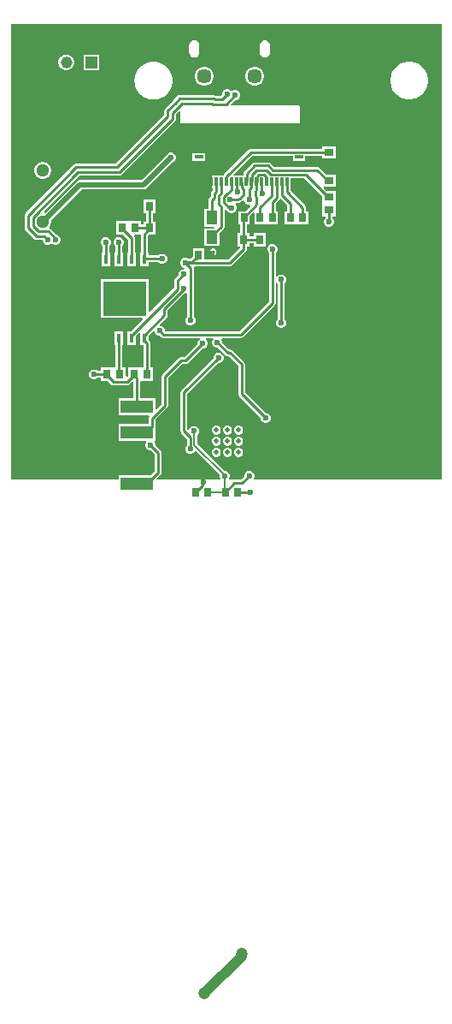
<source format=gbl>
G04*
G04 #@! TF.GenerationSoftware,Altium Limited,Altium Designer,23.10.1 (27)*
G04*
G04 Layer_Physical_Order=2*
G04 Layer_Color=16711680*
%FSLAX25Y25*%
%MOIN*%
G70*
G04*
G04 #@! TF.SameCoordinates,1D9EF59F-A9A3-4DE6-AF9F-94A01C22AB5E*
G04*
G04*
G04 #@! TF.FilePolarity,Positive*
G04*
G01*
G75*
%ADD16C,0.00591*%
%ADD17C,0.01968*%
%ADD18R,0.03150X0.03740*%
%ADD28R,0.03740X0.03150*%
%ADD33R,0.02953X0.03543*%
%ADD49C,0.05100*%
%ADD50C,0.05709*%
%ADD51C,0.02362*%
%ADD52C,0.01968*%
%ADD53C,0.04724*%
%ADD54C,0.01000*%
%ADD55C,0.03937*%
%ADD56C,0.04528*%
%ADD57R,0.04528X0.04528*%
%ADD58R,0.03300X0.01600*%
%ADD59R,0.01400X0.03300*%
%ADD60R,0.12520X0.05000*%
%ADD61R,0.16929X0.13386*%
%ADD62R,0.01772X0.03740*%
%ADD63R,0.04331X0.05315*%
G36*
X409500Y316000D02*
X336437D01*
X336216Y316500D01*
X336469Y317108D01*
Y317892D01*
X336169Y318615D01*
X335615Y319169D01*
X334892Y319468D01*
X334108D01*
X333385Y319169D01*
X332831Y318615D01*
X332531Y317892D01*
Y317388D01*
X331212Y316068D01*
X328598D01*
X328256Y316000D01*
X326825D01*
X326604Y316500D01*
X326856Y317108D01*
Y317892D01*
X326556Y318615D01*
X326003Y319169D01*
X325279Y319468D01*
X324794D01*
X314187Y330076D01*
Y333403D01*
X314669Y333885D01*
X314968Y334608D01*
Y335392D01*
X314669Y336115D01*
X314115Y336669D01*
X313392Y336968D01*
X312608D01*
X311885Y336669D01*
X311331Y336115D01*
X311150Y335677D01*
X310613Y335515D01*
X310344Y335721D01*
Y349488D01*
X322388Y361531D01*
X322892D01*
X323615Y361831D01*
X324169Y362385D01*
X324468Y363108D01*
Y363892D01*
X324169Y364615D01*
X323615Y365169D01*
X322892Y365469D01*
X322108D01*
X321385Y365169D01*
X320831Y364615D01*
X320532Y363892D01*
Y363388D01*
X308103Y350960D01*
X307819Y350534D01*
X307719Y350031D01*
Y334978D01*
X307819Y334475D01*
X308103Y334049D01*
X310187Y331965D01*
Y329471D01*
X309831Y329115D01*
X309531Y328392D01*
Y327608D01*
X309831Y326885D01*
X310385Y326331D01*
X311108Y326031D01*
X311892D01*
X312615Y326331D01*
X313169Y326885D01*
X313280Y327153D01*
X313870Y327271D01*
X323016Y318125D01*
X322919Y317892D01*
Y317108D01*
X323171Y316500D01*
X322950Y316000D01*
X317321D01*
X317002Y316213D01*
X316500Y316313D01*
X315998Y316213D01*
X315679Y316000D01*
X298538D01*
X298347Y316462D01*
X299928Y318043D01*
X300213Y318469D01*
X300313Y318971D01*
Y326571D01*
X300213Y327073D01*
X299928Y327499D01*
X297969Y329459D01*
Y329892D01*
X297669Y330615D01*
X297571Y330713D01*
X297778Y331213D01*
X297816D01*
Y336373D01*
X297841Y336500D01*
Y339414D01*
X302460Y344033D01*
X302744Y344458D01*
X302844Y344961D01*
Y355488D01*
X308445Y361088D01*
X309757D01*
X310260Y361189D01*
X310686Y361473D01*
X316276Y367063D01*
X316779D01*
X317503Y367363D01*
X318057Y367916D01*
X318356Y368640D01*
Y369423D01*
X318057Y370147D01*
X317503Y370700D01*
X317458Y370719D01*
X317558Y371219D01*
X320322D01*
X320530Y370719D01*
X320426Y370615D01*
X320126Y369892D01*
Y369108D01*
X320426Y368385D01*
X320979Y367831D01*
X321703Y367531D01*
X322207D01*
X325265Y364473D01*
X325691Y364189D01*
X326193Y364089D01*
X326555D01*
X330187Y360456D01*
Y349500D01*
X330287Y348998D01*
X330572Y348572D01*
X339032Y340112D01*
Y339608D01*
X339331Y338885D01*
X339885Y338331D01*
X340608Y338032D01*
X341392D01*
X342115Y338331D01*
X342669Y338885D01*
X342969Y339608D01*
Y340392D01*
X342669Y341115D01*
X342115Y341669D01*
X341392Y341968D01*
X340888D01*
X332813Y350044D01*
Y361000D01*
X332713Y361502D01*
X332428Y361928D01*
X328027Y366329D01*
X327601Y366614D01*
X327099Y366714D01*
X326737D01*
X324063Y369388D01*
Y369892D01*
X323763Y370615D01*
X323659Y370719D01*
X323867Y371219D01*
X331161D01*
X331664Y371319D01*
X332089Y371603D01*
X344428Y383942D01*
X344713Y384368D01*
X344813Y384870D01*
Y392830D01*
X345313Y392930D01*
X345331Y392885D01*
X345687Y392529D01*
Y378471D01*
X345331Y378115D01*
X345031Y377392D01*
Y376608D01*
X345331Y375885D01*
X345885Y375331D01*
X346608Y375031D01*
X347392D01*
X348115Y375331D01*
X348669Y375885D01*
X348969Y376608D01*
Y377392D01*
X348669Y378115D01*
X348313Y378471D01*
Y392529D01*
X348669Y392885D01*
X348969Y393608D01*
Y394392D01*
X348669Y395115D01*
X348115Y395669D01*
X347392Y395969D01*
X346608D01*
X345885Y395669D01*
X345331Y395115D01*
X345313Y395070D01*
X344813Y395170D01*
Y404289D01*
X345169Y404645D01*
X345468Y405368D01*
Y406151D01*
X345169Y406875D01*
X344615Y407429D01*
X343892Y407728D01*
X343108D01*
X342385Y407429D01*
X341831Y406875D01*
X341531Y406151D01*
Y405368D01*
X341831Y404645D01*
X342187Y404289D01*
Y385414D01*
X330618Y373844D01*
X301512D01*
X301468Y373888D01*
Y374392D01*
X301169Y375115D01*
X300615Y375669D01*
X299892Y375969D01*
X299784D01*
X299577Y376468D01*
X302241Y379133D01*
X302525Y379558D01*
X302625Y380061D01*
Y381989D01*
X309168Y388531D01*
X309392D01*
X309687Y388654D01*
X310187Y388320D01*
Y379471D01*
X309831Y379115D01*
X309531Y378392D01*
Y377608D01*
X309831Y376885D01*
X310385Y376331D01*
X311108Y376031D01*
X311892D01*
X312615Y376331D01*
X313169Y376885D01*
X313469Y377608D01*
Y378392D01*
X313169Y379115D01*
X312813Y379471D01*
Y398500D01*
X312804Y398542D01*
X313215Y399042D01*
X320712D01*
X320713Y399042D01*
X326854D01*
X327357Y399142D01*
X327783Y399426D01*
X333290Y404934D01*
X333575Y405360D01*
X333675Y405862D01*
Y406941D01*
X334626D01*
Y408187D01*
X336374D01*
Y406941D01*
X340902D01*
Y412059D01*
X336374D01*
Y410813D01*
X334626D01*
Y412059D01*
X333744D01*
Y415441D01*
X334764D01*
Y418703D01*
X336050Y419989D01*
X336512Y419798D01*
Y415441D01*
X341039D01*
Y415441D01*
X341236D01*
Y415441D01*
X345764D01*
Y420559D01*
X344813D01*
Y423696D01*
X346145Y425028D01*
X346275Y425223D01*
X346876Y425329D01*
X349325Y422880D01*
Y420559D01*
X348374D01*
Y415441D01*
X352902D01*
Y415441D01*
X353098D01*
Y415441D01*
X357626D01*
Y420559D01*
X356675D01*
Y421956D01*
X356575Y422459D01*
X356290Y422885D01*
X350466Y428709D01*
Y429563D01*
X350641D01*
Y433428D01*
X356039D01*
X362842Y426624D01*
Y423862D01*
X362842Y423756D01*
Y423362D01*
X362842Y423256D01*
Y418638D01*
X364187D01*
Y417971D01*
X363831Y417615D01*
X363531Y416892D01*
Y416108D01*
X363831Y415385D01*
X364385Y414831D01*
X365108Y414532D01*
X365892D01*
X366615Y414831D01*
X367169Y415385D01*
X367469Y416108D01*
Y416892D01*
X367169Y417615D01*
X366813Y417971D01*
Y418638D01*
X368158D01*
Y423256D01*
X368158Y423362D01*
Y423756D01*
X368158Y423862D01*
Y428480D01*
X364699D01*
X363562Y429617D01*
X363754Y430079D01*
X368158D01*
Y434803D01*
X364699D01*
X362046Y437456D01*
X361620Y437741D01*
X361118Y437841D01*
X344275D01*
X342872Y439244D01*
X342446Y439528D01*
X341944Y439628D01*
X336679D01*
X336176Y439528D01*
X335750Y439244D01*
X332585Y436078D01*
X332300Y435652D01*
X332201Y435150D01*
Y434437D01*
X328555D01*
X328363Y434899D01*
X335688Y442224D01*
X351539D01*
Y440058D01*
X356414D01*
Y442224D01*
X362842D01*
Y441079D01*
X368158D01*
Y445803D01*
X362842D01*
Y444849D01*
X335144D01*
X334642Y444749D01*
X334216Y444464D01*
X324781Y435030D01*
X324497Y434604D01*
X324464Y434437D01*
X320107D01*
Y429563D01*
X320282D01*
Y428685D01*
X320028Y428431D01*
X319744Y428006D01*
X319644Y427503D01*
Y426296D01*
X319072Y425724D01*
X318787Y425298D01*
X318687Y424795D01*
Y421445D01*
X317047D01*
Y414555D01*
X320572D01*
X320839Y414055D01*
X320765Y413945D01*
X317047D01*
Y407055D01*
X322953D01*
Y412089D01*
X324491Y413627D01*
X324776Y414053D01*
X324876Y414555D01*
Y421124D01*
X325338Y421315D01*
X325404Y421249D01*
X325830Y420964D01*
X325912Y420948D01*
X325973Y420801D01*
X326527Y420248D01*
X327250Y419948D01*
X328033D01*
X328757Y420248D01*
X329311Y420801D01*
X329610Y421525D01*
Y422308D01*
X329311Y423032D01*
X329155Y423187D01*
X329362Y423687D01*
X329991D01*
X330493Y423787D01*
X330919Y424072D01*
X331085Y424238D01*
X331493Y424319D01*
X331919Y424603D01*
X332070Y424754D01*
X332561Y424538D01*
X332831Y423885D01*
X333385Y423331D01*
X334108Y423032D01*
X334673D01*
X334880Y422532D01*
X332908Y420559D01*
X330236D01*
Y415441D01*
X331118D01*
Y412059D01*
X330098D01*
Y406941D01*
X331050D01*
Y406406D01*
X326311Y401667D01*
X320713D01*
X320713Y401667D01*
X317039D01*
Y406059D01*
X312512D01*
Y403092D01*
X311492Y402073D01*
X310711D01*
X310615Y402169D01*
X309892Y402468D01*
X309108D01*
X308385Y402169D01*
X307831Y401615D01*
X307531Y400892D01*
Y400108D01*
X307831Y399385D01*
X308385Y398831D01*
X309108Y398532D01*
X309333D01*
X309367Y398468D01*
X309067Y397969D01*
X308608D01*
X307885Y397669D01*
X307331Y397115D01*
X307031Y396392D01*
Y395888D01*
X305603Y394460D01*
X305319Y394034D01*
X305219Y393531D01*
Y390823D01*
X295714Y381318D01*
X295252Y381510D01*
Y393980D01*
X276748D01*
Y379020D01*
X292762D01*
X292953Y378558D01*
X288317Y373921D01*
X286827D01*
Y368606D01*
X290173D01*
Y372065D01*
X291365Y373257D01*
X291827Y373065D01*
Y368606D01*
X293305D01*
Y359658D01*
X292362D01*
X292256Y359658D01*
X291862D01*
X291756Y359658D01*
X287138D01*
Y356343D01*
X286921Y356175D01*
X286421Y356420D01*
Y359658D01*
X284813D01*
Y368606D01*
X285173D01*
Y373921D01*
X281827D01*
Y368606D01*
X282187D01*
Y359680D01*
X281697Y359658D01*
X281303D01*
Y359658D01*
X281197Y359658D01*
X276579D01*
Y358313D01*
X275471D01*
X275115Y358669D01*
X274392Y358968D01*
X273608D01*
X272885Y358669D01*
X272331Y358115D01*
X272031Y357392D01*
Y356608D01*
X272331Y355885D01*
X272885Y355331D01*
X273608Y355031D01*
X274392D01*
X275115Y355331D01*
X275471Y355687D01*
X276579D01*
Y354343D01*
X279447D01*
X280678Y353111D01*
X281104Y352827D01*
X281606Y352727D01*
X286835D01*
X287337Y352827D01*
X287763Y353111D01*
X288956Y354305D01*
X289456Y354251D01*
Y347787D01*
X283721D01*
Y341213D01*
X295258D01*
X295485Y340713D01*
X295316Y340460D01*
X295216Y339958D01*
Y337787D01*
X283721D01*
Y331213D01*
X294222D01*
X294429Y330713D01*
X294331Y330615D01*
X294032Y329892D01*
Y329108D01*
X294331Y328385D01*
X294885Y327831D01*
X295608Y327532D01*
X296183D01*
X297687Y326027D01*
Y319515D01*
X295960Y317787D01*
X283721D01*
Y316000D01*
X241500D01*
Y493500D01*
X409500D01*
Y316000D01*
D02*
G37*
G36*
X297532Y373716D02*
Y373608D01*
X297831Y372885D01*
X298385Y372331D01*
X299108Y372031D01*
X299612D01*
X300040Y371603D01*
X300466Y371319D01*
X300969Y371219D01*
X315218D01*
X315318Y370719D01*
X315273Y370700D01*
X314719Y370147D01*
X314419Y369423D01*
Y368919D01*
X309214Y363714D01*
X307901D01*
X307399Y363614D01*
X306973Y363329D01*
X300603Y356960D01*
X300319Y356534D01*
X300219Y356031D01*
Y345504D01*
X298278Y343563D01*
X297816Y343755D01*
Y347787D01*
X292081D01*
Y353915D01*
X292256Y354343D01*
X292581Y354343D01*
X296980D01*
Y359658D01*
X295931D01*
Y369161D01*
X295831Y369664D01*
X295546Y370090D01*
X295173Y370463D01*
Y372065D01*
X297031Y373923D01*
X297532Y373716D01*
D02*
G37*
%LPC*%
G36*
X340646Y487172D02*
X339878Y487020D01*
X339226Y486585D01*
X338791Y485933D01*
X338639Y485165D01*
Y482409D01*
X338791Y481641D01*
X339226Y480990D01*
X339878Y480555D01*
X340646Y480402D01*
X341414Y480555D01*
X342065Y480990D01*
X342500Y481641D01*
X342653Y482409D01*
Y485165D01*
X342500Y485933D01*
X342065Y486585D01*
X341414Y487020D01*
X340646Y487172D01*
D02*
G37*
G36*
X313087D02*
X312318Y487020D01*
X311667Y486585D01*
X311232Y485933D01*
X311080Y485165D01*
Y482409D01*
X311232Y481641D01*
X311667Y480990D01*
X312318Y480555D01*
X313087Y480402D01*
X313855Y480555D01*
X314506Y480990D01*
X314941Y481641D01*
X315094Y482409D01*
Y485165D01*
X314941Y485933D01*
X314506Y486585D01*
X313855Y487020D01*
X313087Y487172D01*
D02*
G37*
G36*
X276051Y481551D02*
X269949D01*
Y475449D01*
X276051D01*
Y481551D01*
D02*
G37*
G36*
X263559D02*
X262756D01*
X261980Y481343D01*
X261284Y480942D01*
X260716Y480373D01*
X260314Y479678D01*
X260106Y478902D01*
Y478098D01*
X260314Y477322D01*
X260716Y476626D01*
X261284Y476058D01*
X261980Y475657D01*
X262756Y475449D01*
X263559D01*
X264335Y475657D01*
X265031Y476058D01*
X265599Y476626D01*
X266001Y477322D01*
X266209Y478098D01*
Y478902D01*
X266001Y479678D01*
X265599Y480373D01*
X265031Y480942D01*
X264335Y481343D01*
X263559Y481551D01*
D02*
G37*
G36*
X337188Y476799D02*
X336229D01*
X335303Y476551D01*
X334473Y476072D01*
X333794Y475393D01*
X333315Y474563D01*
X333067Y473637D01*
Y472678D01*
X333315Y471752D01*
X333794Y470921D01*
X334473Y470243D01*
X335303Y469764D01*
X336229Y469516D01*
X337188D01*
X338114Y469764D01*
X338945Y470243D01*
X339623Y470921D01*
X340102Y471752D01*
X340350Y472678D01*
Y473637D01*
X340102Y474563D01*
X339623Y475393D01*
X338945Y476072D01*
X338114Y476551D01*
X337188Y476799D01*
D02*
G37*
G36*
X317503D02*
X316544D01*
X315618Y476551D01*
X314788Y476072D01*
X314109Y475393D01*
X313630Y474563D01*
X313382Y473637D01*
Y472678D01*
X313630Y471752D01*
X314109Y470921D01*
X314788Y470243D01*
X315618Y469764D01*
X316544Y469516D01*
X317503D01*
X318429Y469764D01*
X319260Y470243D01*
X319938Y470921D01*
X320417Y471752D01*
X320665Y472678D01*
Y473637D01*
X320417Y474563D01*
X319938Y475393D01*
X319260Y476072D01*
X318429Y476551D01*
X317503Y476799D01*
D02*
G37*
G36*
X326301Y468105D02*
X325517D01*
X324794Y467805D01*
X324240Y467252D01*
X323940Y466528D01*
Y466118D01*
X323423Y465600D01*
X321383D01*
X321374Y465606D01*
X320871Y465706D01*
X309520D01*
X309510Y465713D01*
X309008Y465813D01*
X307351D01*
X306849Y465713D01*
X306423Y465428D01*
X304870Y463876D01*
X304612Y463490D01*
X301822Y460700D01*
X301538Y460274D01*
X301438Y459771D01*
Y457981D01*
X282482Y439025D01*
X266957D01*
X266455Y438926D01*
X266029Y438641D01*
X247234Y419846D01*
X246950Y419420D01*
X246850Y418918D01*
Y414082D01*
X246950Y413580D01*
X247234Y413154D01*
X250654Y409734D01*
X251080Y409450D01*
X251582Y409350D01*
X253882D01*
Y409108D01*
X254182Y408385D01*
X254735Y407831D01*
X255459Y407531D01*
X256242D01*
X256965Y407831D01*
X257425Y408291D01*
X257885Y407831D01*
X258608Y407531D01*
X259392D01*
X260115Y407831D01*
X260669Y408385D01*
X260968Y409108D01*
Y409892D01*
X260669Y410615D01*
X260115Y411169D01*
X259392Y411469D01*
X259229D01*
X257107Y413591D01*
X256754Y413827D01*
X256585Y414365D01*
X256671Y414451D01*
X257110Y415212D01*
X257337Y416061D01*
Y416939D01*
X257265Y417210D01*
X269201Y429146D01*
X293453D01*
X294144Y429284D01*
X294730Y429675D01*
X304724Y439669D01*
X305115Y439831D01*
X305669Y440385D01*
X305968Y441108D01*
Y441892D01*
X305669Y442615D01*
X305115Y443169D01*
X304392Y443469D01*
X303608D01*
X302885Y443169D01*
X302331Y442615D01*
X302169Y442224D01*
X292705Y432759D01*
X268453D01*
X267761Y432622D01*
X267176Y432230D01*
X254913Y419968D01*
X254645Y420009D01*
X254470Y420541D01*
X268330Y434400D01*
X283854D01*
X284356Y434500D01*
X284782Y434785D01*
X305679Y455681D01*
X305963Y456107D01*
X306063Y456609D01*
Y458399D01*
X307235Y459572D01*
X307697Y459380D01*
Y455500D01*
X307758Y455193D01*
X307932Y454932D01*
X308193Y454758D01*
X308500Y454697D01*
X353500D01*
X353807Y454758D01*
X354068Y454932D01*
X354242Y455193D01*
X354303Y455500D01*
Y461000D01*
X354242Y461307D01*
X354068Y461568D01*
X353807Y461742D01*
X353500Y461803D01*
X327620D01*
X327428Y462265D01*
X328919Y463756D01*
X329423D01*
X330147Y464056D01*
X330700Y464609D01*
X331000Y465333D01*
Y466116D01*
X330700Y466840D01*
X330147Y467393D01*
X329423Y467693D01*
X328640D01*
X327916Y467393D01*
X327422Y467408D01*
X327024Y467805D01*
X326301Y468105D01*
D02*
G37*
G36*
X397571Y478879D02*
X396276D01*
X396198Y478864D01*
X396119D01*
X394849Y478611D01*
X394776Y478581D01*
X394698Y478565D01*
X393501Y478070D01*
X393435Y478026D01*
X393362Y477995D01*
X392285Y477276D01*
X392229Y477220D01*
X392164Y477176D01*
X391248Y476260D01*
X391204Y476194D01*
X391148Y476138D01*
X390428Y475061D01*
X390398Y474988D01*
X390354Y474922D01*
X389858Y473726D01*
X389843Y473648D01*
X389812Y473575D01*
X389560Y472304D01*
Y472225D01*
X389544Y472148D01*
Y470852D01*
X389560Y470775D01*
Y470696D01*
X389812Y469425D01*
X389843Y469352D01*
X389858Y469275D01*
X390354Y468078D01*
X390398Y468012D01*
X390428Y467939D01*
X391148Y466862D01*
X391204Y466806D01*
X391248Y466740D01*
X392164Y465824D01*
X392229Y465780D01*
X392285Y465724D01*
X393362Y465004D01*
X393435Y464974D01*
X393501Y464930D01*
X394698Y464434D01*
X394776Y464419D01*
X394849Y464389D01*
X396119Y464136D01*
X396198D01*
X396276Y464121D01*
X397571D01*
X397649Y464136D01*
X397728D01*
X398998Y464389D01*
X399072Y464419D01*
X399149Y464434D01*
X400346Y464930D01*
X400412Y464974D01*
X400485Y465004D01*
X401562Y465724D01*
X401618Y465780D01*
X401684Y465824D01*
X402599Y466740D01*
X402643Y466806D01*
X402699Y466862D01*
X403419Y467939D01*
X403449Y468012D01*
X403493Y468078D01*
X403989Y469275D01*
X404004Y469352D01*
X404035Y469425D01*
X404287Y470696D01*
Y470775D01*
X404303Y470852D01*
Y472148D01*
X404287Y472225D01*
Y472304D01*
X404035Y473575D01*
X404004Y473648D01*
X403989Y473726D01*
X403493Y474922D01*
X403449Y474988D01*
X403419Y475061D01*
X402699Y476138D01*
X402643Y476194D01*
X402599Y476260D01*
X401684Y477176D01*
X401618Y477220D01*
X401562Y477276D01*
X400485Y477995D01*
X400412Y478026D01*
X400346Y478070D01*
X399149Y478565D01*
X399072Y478581D01*
X398998Y478611D01*
X397728Y478864D01*
X397649D01*
X397571Y478879D01*
D02*
G37*
G36*
X297820Y478764D02*
X296524D01*
X296447Y478749D01*
X296368D01*
X295097Y478496D01*
X295024Y478466D01*
X294947Y478450D01*
X293750Y477955D01*
X293684Y477911D01*
X293611Y477880D01*
X292534Y477161D01*
X292478Y477105D01*
X292412Y477061D01*
X291496Y476145D01*
X291452Y476079D01*
X291396Y476023D01*
X290676Y474946D01*
X290646Y474873D01*
X290602Y474807D01*
X290107Y473610D01*
X290091Y473533D01*
X290061Y473460D01*
X289808Y472189D01*
Y472110D01*
X289793Y472033D01*
Y470737D01*
X289808Y470660D01*
Y470580D01*
X290061Y469310D01*
X290091Y469237D01*
X290107Y469159D01*
X290602Y467963D01*
X290646Y467897D01*
X290676Y467824D01*
X291396Y466747D01*
X291452Y466691D01*
X291496Y466625D01*
X292412Y465709D01*
X292478Y465665D01*
X292534Y465609D01*
X293611Y464889D01*
X293684Y464859D01*
X293750Y464815D01*
X294947Y464319D01*
X295024Y464304D01*
X295097Y464274D01*
X296368Y464021D01*
X296447D01*
X296524Y464006D01*
X297820D01*
X297897Y464021D01*
X297976D01*
X299247Y464274D01*
X299320Y464304D01*
X299397Y464319D01*
X300594Y464815D01*
X300660Y464859D01*
X300733Y464889D01*
X301810Y465609D01*
X301866Y465665D01*
X301932Y465709D01*
X302848Y466625D01*
X302892Y466691D01*
X302948Y466747D01*
X303667Y467824D01*
X303698Y467897D01*
X303742Y467963D01*
X304238Y469159D01*
X304253Y469237D01*
X304283Y469310D01*
X304536Y470580D01*
Y470660D01*
X304551Y470737D01*
Y472033D01*
X304536Y472110D01*
Y472189D01*
X304283Y473460D01*
X304253Y473533D01*
X304238Y473610D01*
X303742Y474807D01*
X303698Y474873D01*
X303667Y474946D01*
X302948Y476023D01*
X302892Y476079D01*
X302848Y476145D01*
X301932Y477061D01*
X301866Y477105D01*
X301810Y477161D01*
X300733Y477880D01*
X300660Y477911D01*
X300594Y477955D01*
X299397Y478450D01*
X299320Y478466D01*
X299247Y478496D01*
X297976Y478749D01*
X297897D01*
X297820Y478764D01*
D02*
G37*
G36*
X317241Y443233D02*
X312366D01*
Y440058D01*
X317241D01*
Y443233D01*
D02*
G37*
G36*
X254439Y439837D02*
X253561D01*
X252712Y439610D01*
X251951Y439171D01*
X251329Y438549D01*
X250890Y437788D01*
X250663Y436939D01*
Y436061D01*
X250890Y435212D01*
X251329Y434451D01*
X251951Y433829D01*
X252712Y433390D01*
X253561Y433163D01*
X254439D01*
X255288Y433390D01*
X256049Y433829D01*
X256671Y434451D01*
X257110Y435212D01*
X257337Y436061D01*
Y436939D01*
X257110Y437788D01*
X256671Y438549D01*
X256049Y439171D01*
X255288Y439610D01*
X254439Y439837D01*
D02*
G37*
G36*
X297902Y425059D02*
X293374D01*
Y419941D01*
X294325D01*
Y416559D01*
X293374D01*
Y415313D01*
X292421D01*
Y416657D01*
X287697D01*
X287697Y416657D01*
X287303D01*
Y416657D01*
X287197Y416657D01*
X282579D01*
Y411342D01*
X285447D01*
X287187Y409602D01*
Y404394D01*
X286827D01*
Y399079D01*
X290173D01*
Y404394D01*
X289813D01*
Y410146D01*
X289713Y410648D01*
X289583Y410843D01*
X289850Y411342D01*
X292187D01*
Y404394D01*
X291827D01*
Y399079D01*
X295173D01*
Y400687D01*
X299029D01*
X299385Y400331D01*
X300108Y400032D01*
X300892D01*
X301615Y400331D01*
X302169Y400885D01*
X302468Y401608D01*
Y402392D01*
X302169Y403115D01*
X301615Y403669D01*
X300892Y403968D01*
X300108D01*
X299385Y403669D01*
X299029Y403313D01*
X295173D01*
Y404394D01*
X294813D01*
Y411023D01*
X295230Y411441D01*
X297902D01*
Y416559D01*
X296950D01*
Y419941D01*
X297902D01*
Y425059D01*
D02*
G37*
G36*
X320476Y406084D02*
X319974Y405984D01*
X319548Y405700D01*
X318572Y404723D01*
X318287Y404298D01*
X318187Y403795D01*
Y403500D01*
X318287Y402998D01*
X318572Y402572D01*
X318998Y402287D01*
X319500Y402187D01*
X320002Y402287D01*
X320428Y402572D01*
X320713Y402998D01*
X320751Y403190D01*
X321405Y403843D01*
X321689Y404269D01*
X321789Y404772D01*
X321689Y405274D01*
X321405Y405700D01*
X320979Y405984D01*
X320476Y406084D01*
D02*
G37*
G36*
X283892Y410468D02*
X283108D01*
X282385Y410169D01*
X281831Y409615D01*
X281532Y408892D01*
Y408108D01*
X281831Y407385D01*
X282187Y407029D01*
Y404394D01*
X281827D01*
Y399079D01*
X285173D01*
Y404394D01*
X284813D01*
Y407029D01*
X285169Y407385D01*
X285469Y408108D01*
Y408892D01*
X285169Y409615D01*
X284615Y410169D01*
X283892Y410468D01*
D02*
G37*
G36*
X278892D02*
X278108D01*
X277385Y410169D01*
X276831Y409615D01*
X276532Y408892D01*
Y408108D01*
X276831Y407385D01*
X277187Y407029D01*
Y404394D01*
X276827D01*
Y399079D01*
X280173D01*
Y404394D01*
X279813D01*
Y407029D01*
X280169Y407385D01*
X280469Y408108D01*
Y408892D01*
X280169Y409615D01*
X279615Y410169D01*
X278892Y410468D01*
D02*
G37*
G36*
X330683Y337102D02*
X329978D01*
X329327Y336833D01*
X328829Y336334D01*
X328559Y335683D01*
Y334978D01*
X328829Y334327D01*
X329327Y333829D01*
X329978Y333559D01*
X330683D01*
X331334Y333829D01*
X331833Y334327D01*
X332102Y334978D01*
Y335683D01*
X331833Y336334D01*
X331334Y336833D01*
X330683Y337102D01*
D02*
G37*
G36*
X326352D02*
X325648D01*
X324996Y336833D01*
X324498Y336334D01*
X324228Y335683D01*
Y334978D01*
X324498Y334327D01*
X324996Y333829D01*
X325648Y333559D01*
X326352D01*
X327004Y333829D01*
X327502Y334327D01*
X327772Y334978D01*
Y335683D01*
X327502Y336334D01*
X327004Y336833D01*
X326352Y337102D01*
D02*
G37*
G36*
X322022D02*
X321317D01*
X320666Y336833D01*
X320167Y336334D01*
X319898Y335683D01*
Y334978D01*
X320167Y334327D01*
X320666Y333829D01*
X321317Y333559D01*
X322022D01*
X322673Y333829D01*
X323171Y334327D01*
X323441Y334978D01*
Y335683D01*
X323171Y336334D01*
X322673Y336833D01*
X322022Y337102D01*
D02*
G37*
G36*
X330683Y332772D02*
X329978D01*
X329327Y332502D01*
X328829Y332004D01*
X328559Y331352D01*
Y330648D01*
X328829Y329996D01*
X329327Y329498D01*
X329978Y329228D01*
X330683D01*
X331334Y329498D01*
X331833Y329996D01*
X332102Y330648D01*
Y331352D01*
X331833Y332004D01*
X331334Y332502D01*
X330683Y332772D01*
D02*
G37*
G36*
X326352D02*
X325648D01*
X324996Y332502D01*
X324498Y332004D01*
X324228Y331352D01*
Y330648D01*
X324498Y329996D01*
X324996Y329498D01*
X325648Y329228D01*
X326352D01*
X327004Y329498D01*
X327502Y329996D01*
X327772Y330648D01*
Y331352D01*
X327502Y332004D01*
X327004Y332502D01*
X326352Y332772D01*
D02*
G37*
G36*
X322022D02*
X321317D01*
X320666Y332502D01*
X320167Y332004D01*
X319898Y331352D01*
Y330648D01*
X320167Y329996D01*
X320666Y329498D01*
X321317Y329228D01*
X322022D01*
X322673Y329498D01*
X323171Y329996D01*
X323441Y330648D01*
Y331352D01*
X323171Y332004D01*
X322673Y332502D01*
X322022Y332772D01*
D02*
G37*
G36*
X330683Y328441D02*
X329978D01*
X329327Y328171D01*
X328829Y327673D01*
X328559Y327022D01*
Y326317D01*
X328829Y325666D01*
X329327Y325167D01*
X329978Y324898D01*
X330683D01*
X331334Y325167D01*
X331833Y325666D01*
X332102Y326317D01*
Y327022D01*
X331833Y327673D01*
X331334Y328171D01*
X330683Y328441D01*
D02*
G37*
G36*
X326352D02*
X325648D01*
X324996Y328171D01*
X324498Y327673D01*
X324228Y327022D01*
Y326317D01*
X324498Y325666D01*
X324996Y325167D01*
X325648Y324898D01*
X326352D01*
X327004Y325167D01*
X327502Y325666D01*
X327772Y326317D01*
Y327022D01*
X327502Y327673D01*
X327004Y328171D01*
X326352Y328441D01*
D02*
G37*
G36*
X322022D02*
X321317D01*
X320666Y328171D01*
X320167Y327673D01*
X319898Y327022D01*
Y326317D01*
X320167Y325666D01*
X320666Y325167D01*
X321317Y324898D01*
X322022D01*
X322673Y325167D01*
X323171Y325666D01*
X323441Y326317D01*
Y327022D01*
X323171Y327673D01*
X322673Y328171D01*
X322022Y328441D01*
D02*
G37*
%LPD*%
D16*
X313000Y335000D02*
X313083Y334917D01*
Y329619D02*
Y334917D01*
Y329619D02*
X324888Y317814D01*
Y317500D02*
Y317814D01*
X318362Y311000D02*
X325138D01*
X324888Y311250D02*
Y317500D01*
D17*
X293453Y430953D02*
X304000Y441500D01*
X268453Y430953D02*
X293453D01*
X254000Y416500D02*
X268453Y430953D01*
D18*
X278941Y357000D02*
D03*
X284059D02*
D03*
X289500D02*
D03*
X294618D02*
D03*
X290059Y414000D02*
D03*
X284941D02*
D03*
D28*
X365500Y443441D02*
D03*
Y448559D02*
D03*
Y426118D02*
D03*
Y421000D02*
D03*
Y432441D02*
D03*
Y437559D02*
D03*
D33*
X314776Y403500D02*
D03*
X319500D02*
D03*
X313638Y311000D02*
D03*
X318362D02*
D03*
X295638Y422500D02*
D03*
X300362D02*
D03*
X329862Y311000D02*
D03*
X325138D02*
D03*
X295638Y414000D02*
D03*
X300362D02*
D03*
X343362Y409500D02*
D03*
X338638D02*
D03*
X355362Y418000D02*
D03*
X350638D02*
D03*
X343500D02*
D03*
X338776D02*
D03*
X327776D02*
D03*
X332500D02*
D03*
X327638Y409500D02*
D03*
X332362D02*
D03*
D49*
X254000Y416500D02*
D03*
Y436500D02*
D03*
D50*
X336709Y473158D02*
D03*
X317024D02*
D03*
D51*
X255850Y409500D02*
D03*
X257500Y396500D02*
D03*
X254500Y361500D02*
D03*
Y374000D02*
D03*
X306500Y383500D02*
D03*
X316388Y369032D02*
D03*
X322500Y363500D02*
D03*
X322094Y369500D02*
D03*
X311500Y378000D02*
D03*
X402000Y360500D02*
D03*
X362500Y346500D02*
D03*
X363000Y358000D02*
D03*
X379000Y347500D02*
D03*
X309000Y390500D02*
D03*
Y396000D02*
D03*
X278953Y420441D02*
D03*
X283500Y408500D02*
D03*
X259000Y409500D02*
D03*
X296000Y442000D02*
D03*
X290500Y457000D02*
D03*
X278953Y412470D02*
D03*
X278500Y408500D02*
D03*
X279223Y426213D02*
D03*
X299500Y374000D02*
D03*
X343500Y405760D02*
D03*
X339500Y427500D02*
D03*
X383500Y480000D02*
D03*
X399500Y447000D02*
D03*
X393500Y430500D02*
D03*
X357500Y406500D02*
D03*
X365500Y416500D02*
D03*
X374500Y402000D02*
D03*
X374000Y390000D02*
D03*
X347000Y394000D02*
D03*
Y377000D02*
D03*
X379000Y326500D02*
D03*
X335000Y311000D02*
D03*
X334500Y317500D02*
D03*
X319500D02*
D03*
X316500Y315000D02*
D03*
X304000Y328500D02*
D03*
X274000Y357000D02*
D03*
X304000Y351500D02*
D03*
X313000Y335000D02*
D03*
X296000Y329500D02*
D03*
X325000Y345000D02*
D03*
X319000Y344500D02*
D03*
X339000Y353500D02*
D03*
X341000Y340000D02*
D03*
X311500Y328000D02*
D03*
X327642Y421916D02*
D03*
X309500Y400500D02*
D03*
X303500Y420500D02*
D03*
X304000Y441500D02*
D03*
X300500Y402000D02*
D03*
X327000Y425000D02*
D03*
X329969Y428000D02*
D03*
X309569Y405069D02*
D03*
X329031Y465724D02*
D03*
X324888Y317500D02*
D03*
X325909Y466137D02*
D03*
X321500Y467500D02*
D03*
X329825Y317319D02*
D03*
X334500Y425000D02*
D03*
X327500Y442000D02*
D03*
D52*
X336177Y380760D02*
D03*
X331846D02*
D03*
X327516D02*
D03*
X323185D02*
D03*
X318854D02*
D03*
X336177Y385090D02*
D03*
X331846D02*
D03*
X327516D02*
D03*
X323185D02*
D03*
X318854D02*
D03*
X336177Y389421D02*
D03*
X331846D02*
D03*
X327516D02*
D03*
X323185D02*
D03*
X318854D02*
D03*
X336177Y393752D02*
D03*
X331846D02*
D03*
X327516D02*
D03*
X323185D02*
D03*
X318854D02*
D03*
X336177Y398083D02*
D03*
X331846D02*
D03*
X327516D02*
D03*
X323185D02*
D03*
X318854D02*
D03*
X321669Y335331D02*
D03*
X326000D02*
D03*
X330331D02*
D03*
X321669Y331000D02*
D03*
X326000D02*
D03*
X330331D02*
D03*
X321669Y326669D02*
D03*
X326000D02*
D03*
X330331D02*
D03*
D53*
X317000Y116000D02*
D03*
X331500Y131500D02*
D03*
D54*
X365205Y426118D02*
X365500D01*
X356582Y434740D02*
X365205Y426118D01*
Y432441D02*
X365500D01*
X361118Y436528D02*
X365205Y432441D01*
X365405Y443536D02*
X365500Y443441D01*
Y416500D02*
Y421000D01*
X283026Y437713D02*
X302750Y457438D01*
X283854Y435713D02*
X304750Y456609D01*
X295638Y414000D02*
Y422500D01*
X267786Y435713D02*
X283854D01*
X266957Y437713D02*
X283026D01*
X335374Y432000D02*
X335552Y432178D01*
X337343Y432000D02*
X337521Y432178D01*
X341102D02*
X341280Y432000D01*
X323385Y431822D02*
X323563Y432000D01*
X323385Y431822D02*
X323563Y431644D01*
X355362Y418000D02*
Y421956D01*
X350638Y418000D02*
Y423423D01*
X349153Y428165D02*
X355362Y421956D01*
X349153Y428165D02*
Y432000D01*
X347185Y426876D02*
X350638Y423423D01*
X347185Y426876D02*
Y432000D01*
X343500Y418000D02*
Y424240D01*
X345216Y425956D01*
Y432000D01*
X327000Y425000D02*
X329991D01*
X330522Y425531D01*
X323563Y414555D02*
Y422418D01*
X327381Y422177D02*
X327642Y421916D01*
X324532Y423978D02*
X326332Y422177D01*
X327381D01*
X335144Y443536D02*
X365405D01*
X336679Y438315D02*
X341944D01*
X338159Y434740D02*
X340463D01*
X341102Y434102D01*
X335552Y434661D02*
X337419Y436528D01*
X343731D02*
X361118D01*
X337419D02*
X341203D01*
X337521Y434102D02*
X338159Y434740D01*
X335196Y430850D02*
X335374Y431028D01*
X329468Y432000D02*
X329487Y431981D01*
X331437Y432000D02*
X331615Y431822D01*
X335374Y431028D02*
Y432000D01*
X325710Y432178D02*
Y434102D01*
X325532Y432000D02*
X325710Y432178D01*
X333405Y432000D02*
X333513Y432108D01*
X332362Y409500D02*
X338638D01*
X332431Y409569D02*
Y417931D01*
X332500Y418000D02*
Y418295D01*
X332431Y417931D02*
X332500Y418000D01*
X332362Y409500D02*
X332431Y409569D01*
X338776Y418000D02*
Y422043D01*
X332362Y405862D02*
Y409500D01*
X332500Y418295D02*
X337343Y423138D01*
X322744Y423237D02*
X323563Y422418D01*
X320000Y424795D02*
X320957Y425752D01*
X322744Y426763D02*
X323563Y427582D01*
Y431644D01*
X320957Y427503D02*
X321595Y428141D01*
X320957Y425752D02*
Y427503D01*
X322744Y423237D02*
Y426763D01*
X331615Y429845D02*
Y431822D01*
X329487Y428850D02*
X329969Y428369D01*
X330991Y425531D02*
X332437Y426977D01*
X329969Y428000D02*
Y428369D01*
X332437Y426977D02*
Y429023D01*
X330522Y425531D02*
X330991D01*
X326118Y427468D02*
X327500Y428850D01*
X331615Y429845D02*
X332437Y429023D01*
X325977Y427468D02*
X326118D01*
X324532Y426022D02*
X325977Y427468D01*
X324532Y423978D02*
Y426022D01*
X337343Y423138D02*
Y426166D01*
X335196Y429898D02*
Y430850D01*
X337032Y428522D02*
X337343Y428833D01*
X337032Y426477D02*
Y428522D01*
Y426477D02*
X337343Y426166D01*
X343248Y426515D02*
Y432000D01*
X337343Y428833D02*
Y432000D01*
X338776Y422043D02*
X343248Y426515D01*
X339311Y427689D02*
Y432000D01*
Y427689D02*
X339500Y427500D01*
X342990Y434740D02*
X356582D01*
X334500Y429202D02*
X335196Y429898D01*
X334500Y425000D02*
Y429202D01*
X327500Y428850D02*
Y432000D01*
X329487Y428850D02*
Y431981D01*
X321595Y428141D02*
Y432000D01*
X325710Y434102D02*
X335144Y443536D01*
X341944Y438315D02*
X343731Y436528D01*
X341203D02*
X342990Y434740D01*
X341102Y432178D02*
Y434102D01*
X333513Y435150D02*
X336679Y438315D01*
X337521Y432178D02*
Y434102D01*
X335552Y432178D02*
Y434661D01*
X333513Y432108D02*
Y435150D01*
X311500Y328000D02*
Y332509D01*
X309032Y334978D02*
X311500Y332509D01*
X290769Y334500D02*
X294529D01*
X296000Y329500D02*
X296071D01*
X274000Y357000D02*
X278941D01*
Y356705D02*
Y357000D01*
Y356705D02*
X281606Y354039D01*
X289500Y356705D02*
X290769Y355436D01*
X283500Y357559D02*
Y371264D01*
Y357559D02*
X284059Y357000D01*
X301532Y356031D02*
X307901Y362401D01*
X309032Y334978D02*
Y350031D01*
X290769Y344500D02*
Y355436D01*
X301532Y344961D02*
Y356031D01*
X296529Y339958D02*
X301532Y344961D01*
X296529Y336500D02*
Y339958D01*
X294529Y334500D02*
X296529Y336500D01*
X296071Y329500D02*
X299000Y326571D01*
X301313Y380061D02*
Y382533D01*
X294618Y357000D02*
Y369161D01*
X293500Y370280D02*
X294618Y369161D01*
X293500Y370280D02*
Y371264D01*
X288500Y372248D02*
X306532Y390280D01*
X288500Y371264D02*
Y372248D01*
X293500Y371264D02*
Y372248D01*
X301313Y380061D01*
X306532Y390280D02*
Y393531D01*
X309000Y396000D01*
X283500Y401736D02*
Y408500D01*
X288500Y401736D02*
Y410146D01*
X293500Y401736D02*
Y411567D01*
Y401736D02*
X293764Y402000D01*
X300500D01*
X278500Y401736D02*
Y408500D01*
X284941Y413705D02*
X288500Y410146D01*
X293500Y411567D02*
X295638Y413705D01*
Y414000D01*
X284941Y413705D02*
Y414000D01*
X290059D02*
X295638D01*
X308286Y462394D02*
X320043D01*
X302750Y457438D02*
Y459771D01*
X305798Y462819D01*
Y462948D01*
X307351Y464500D01*
X309114Y464394D02*
X320871D01*
X307351Y464500D02*
X309008D01*
X309114Y464394D01*
X304750Y456609D02*
Y458943D01*
X307213Y461405D01*
Y461533D02*
X308179Y462500D01*
X307213Y461405D02*
Y461533D01*
X308179Y462500D02*
X308286Y462394D01*
X248163Y414082D02*
Y418918D01*
X251582Y410663D02*
X254584D01*
X248163Y414082D02*
X251582Y410663D01*
X248163Y418918D02*
X266957Y437713D01*
X250163Y414911D02*
Y418089D01*
Y414911D02*
X252411Y412663D01*
X250163Y418089D02*
X267786Y435713D01*
X320043Y462394D02*
X320149Y462287D01*
X325594D02*
X329031Y465724D01*
X325816Y466137D02*
X325909D01*
X320149Y462287D02*
X325594D01*
X323967Y464287D02*
X325816Y466137D01*
X320977Y464287D02*
X323967D01*
X320871Y464394D02*
X320977Y464287D01*
X309032Y350031D02*
X322500Y363500D01*
X313638Y311295D02*
X316239Y313897D01*
Y314739D01*
X316500Y315000D01*
X313638Y311000D02*
Y311295D01*
X328598Y314756D02*
X331755D01*
X334500Y317500D01*
X331500Y349500D02*
X341000Y340000D01*
X331500Y349500D02*
Y361000D01*
X281606Y354039D02*
X286835D01*
X290769Y314500D02*
X294529D01*
X286835Y354039D02*
X289500Y356705D01*
X299000Y318971D02*
Y326571D01*
X294529Y314500D02*
X299000Y318971D01*
X329862Y311000D02*
X335000D01*
X329862D02*
X329900Y311037D01*
X325138Y311000D02*
Y311295D01*
X328598Y314756D01*
X259000Y409500D02*
Y409841D01*
X254584Y410663D02*
X255746Y409500D01*
X255850D01*
X252411Y412663D02*
X256179D01*
X259000Y409841D01*
X301313Y382533D02*
X309000Y390220D01*
X299500Y374000D02*
X300969Y372532D01*
X309000Y390220D02*
Y390500D01*
X309646Y400354D02*
X311500Y398500D01*
X309500Y400500D02*
X309646Y400354D01*
X311500Y378000D02*
Y398500D01*
X309500Y400500D02*
X309761Y400761D01*
X347000Y377000D02*
Y394000D01*
X331161Y372532D02*
X343500Y384870D01*
Y405760D01*
X307901Y362401D02*
X309757D01*
X316388Y369032D01*
X327099Y365401D02*
X331500Y361000D01*
X326193Y365401D02*
X327099D01*
X322094Y369500D02*
X326193Y365401D01*
X300969Y372532D02*
X331161D01*
X320000Y418000D02*
Y424795D01*
Y410992D02*
X323563Y414555D01*
X320000Y410500D02*
Y410992D01*
X326854Y400354D02*
X332362Y405862D01*
X314776Y403205D02*
Y403500D01*
X313799Y402228D02*
X314776Y403205D01*
X319500Y403500D02*
Y403795D01*
X313504Y402228D02*
X313799D01*
X319500Y403795D02*
X320476Y404772D01*
X312036Y400761D02*
X313504Y402228D01*
X309761Y400761D02*
X312036D01*
X320713Y400354D02*
X326854D01*
X309646Y400354D02*
X320713D01*
X320713Y400354D01*
D55*
X331500Y130500D02*
Y131500D01*
X317000Y116000D02*
X331500Y130500D01*
D56*
X253315Y478500D02*
D03*
X263158D02*
D03*
D57*
X273000D02*
D03*
D58*
X353976Y441646D02*
D03*
X314803D02*
D03*
D59*
X349153Y432000D02*
D03*
X347185D02*
D03*
X345216D02*
D03*
X343248D02*
D03*
X341280D02*
D03*
X339311D02*
D03*
X337343D02*
D03*
X335374D02*
D03*
X333405D02*
D03*
X331437D02*
D03*
X329468D02*
D03*
X327500D02*
D03*
X325532D02*
D03*
X323563D02*
D03*
X321595D02*
D03*
X319626D02*
D03*
D60*
X290769Y334500D02*
D03*
Y344500D02*
D03*
Y324500D02*
D03*
Y314500D02*
D03*
D61*
X286000Y386500D02*
D03*
D62*
X278500Y401736D02*
D03*
X283500D02*
D03*
X288500D02*
D03*
X293500D02*
D03*
X278500Y371264D02*
D03*
X283500D02*
D03*
X288500D02*
D03*
X293500D02*
D03*
D63*
X320000Y418000D02*
D03*
X314488D02*
D03*
X320000Y410500D02*
D03*
X314488D02*
D03*
M02*

</source>
